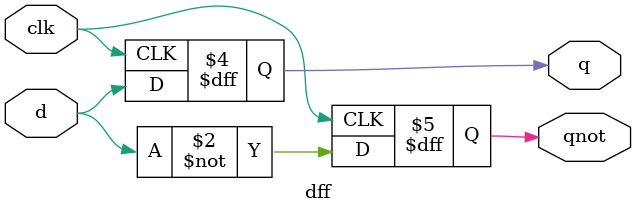
<source format=v>
module dff(
	input d, clk,
	output reg q, qnot
	);
	initial begin
		q = 1'b0;
		qnot = 1'b1;
	end
	always @ (posedge clk) begin 
		q = d;
		qnot = ~d;
	end
endmodule


</source>
